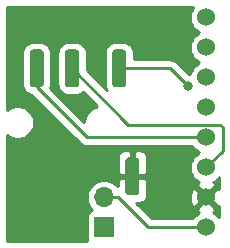
<source format=gbr>
G04 #@! TF.GenerationSoftware,KiCad,Pcbnew,(5.1.5)-3*
G04 #@! TF.CreationDate,2020-12-21T12:35:23+01:00*
G04 #@! TF.ProjectId,epimetheus_mpu6050,6570696d-6574-4686-9575-735f6d707536,rev?*
G04 #@! TF.SameCoordinates,Original*
G04 #@! TF.FileFunction,Copper,L1,Top*
G04 #@! TF.FilePolarity,Positive*
%FSLAX46Y46*%
G04 Gerber Fmt 4.6, Leading zero omitted, Abs format (unit mm)*
G04 Created by KiCad (PCBNEW (5.1.5)-3) date 2020-12-21 12:35:23*
%MOMM*%
%LPD*%
G04 APERTURE LIST*
%ADD10C,1.524000*%
%ADD11O,1.700000X1.700000*%
%ADD12R,1.700000X1.700000*%
%ADD13C,0.100000*%
%ADD14C,0.800000*%
%ADD15C,0.250000*%
%ADD16C,0.254000*%
G04 APERTURE END LIST*
D10*
X179324000Y-22098000D03*
X179324000Y-24638000D03*
X179324000Y-27178000D03*
X179324000Y-29718000D03*
X179324000Y-32258000D03*
X179324000Y-34798000D03*
X179324000Y-37338000D03*
X179324000Y-39878000D03*
D11*
X170688000Y-37338000D03*
D12*
X170688000Y-39878000D03*
G04 #@! TA.AperFunction,SMDPad,CuDef*
D13*
G36*
X165302405Y-24817445D02*
G01*
X165331527Y-24821764D01*
X165360085Y-24828918D01*
X165387805Y-24838836D01*
X165414419Y-24851424D01*
X165439671Y-24866559D01*
X165463318Y-24884097D01*
X165485132Y-24903868D01*
X165504903Y-24925682D01*
X165522441Y-24949329D01*
X165537576Y-24974581D01*
X165550164Y-25001195D01*
X165560082Y-25028915D01*
X165567236Y-25057473D01*
X165571555Y-25086595D01*
X165573000Y-25116000D01*
X165573000Y-27716000D01*
X165571555Y-27745405D01*
X165567236Y-27774527D01*
X165560082Y-27803085D01*
X165550164Y-27830805D01*
X165537576Y-27857419D01*
X165522441Y-27882671D01*
X165504903Y-27906318D01*
X165485132Y-27928132D01*
X165463318Y-27947903D01*
X165439671Y-27965441D01*
X165414419Y-27980576D01*
X165387805Y-27993164D01*
X165360085Y-28003082D01*
X165331527Y-28010236D01*
X165302405Y-28014555D01*
X165273000Y-28016000D01*
X164673000Y-28016000D01*
X164643595Y-28014555D01*
X164614473Y-28010236D01*
X164585915Y-28003082D01*
X164558195Y-27993164D01*
X164531581Y-27980576D01*
X164506329Y-27965441D01*
X164482682Y-27947903D01*
X164460868Y-27928132D01*
X164441097Y-27906318D01*
X164423559Y-27882671D01*
X164408424Y-27857419D01*
X164395836Y-27830805D01*
X164385918Y-27803085D01*
X164378764Y-27774527D01*
X164374445Y-27745405D01*
X164373000Y-27716000D01*
X164373000Y-25116000D01*
X164374445Y-25086595D01*
X164378764Y-25057473D01*
X164385918Y-25028915D01*
X164395836Y-25001195D01*
X164408424Y-24974581D01*
X164423559Y-24949329D01*
X164441097Y-24925682D01*
X164460868Y-24903868D01*
X164482682Y-24884097D01*
X164506329Y-24866559D01*
X164531581Y-24851424D01*
X164558195Y-24838836D01*
X164585915Y-24828918D01*
X164614473Y-24821764D01*
X164643595Y-24817445D01*
X164673000Y-24816000D01*
X165273000Y-24816000D01*
X165302405Y-24817445D01*
G37*
G04 #@! TD.AperFunction*
G04 #@! TA.AperFunction,SMDPad,CuDef*
G36*
X168302405Y-24817445D02*
G01*
X168331527Y-24821764D01*
X168360085Y-24828918D01*
X168387805Y-24838836D01*
X168414419Y-24851424D01*
X168439671Y-24866559D01*
X168463318Y-24884097D01*
X168485132Y-24903868D01*
X168504903Y-24925682D01*
X168522441Y-24949329D01*
X168537576Y-24974581D01*
X168550164Y-25001195D01*
X168560082Y-25028915D01*
X168567236Y-25057473D01*
X168571555Y-25086595D01*
X168573000Y-25116000D01*
X168573000Y-27716000D01*
X168571555Y-27745405D01*
X168567236Y-27774527D01*
X168560082Y-27803085D01*
X168550164Y-27830805D01*
X168537576Y-27857419D01*
X168522441Y-27882671D01*
X168504903Y-27906318D01*
X168485132Y-27928132D01*
X168463318Y-27947903D01*
X168439671Y-27965441D01*
X168414419Y-27980576D01*
X168387805Y-27993164D01*
X168360085Y-28003082D01*
X168331527Y-28010236D01*
X168302405Y-28014555D01*
X168273000Y-28016000D01*
X167673000Y-28016000D01*
X167643595Y-28014555D01*
X167614473Y-28010236D01*
X167585915Y-28003082D01*
X167558195Y-27993164D01*
X167531581Y-27980576D01*
X167506329Y-27965441D01*
X167482682Y-27947903D01*
X167460868Y-27928132D01*
X167441097Y-27906318D01*
X167423559Y-27882671D01*
X167408424Y-27857419D01*
X167395836Y-27830805D01*
X167385918Y-27803085D01*
X167378764Y-27774527D01*
X167374445Y-27745405D01*
X167373000Y-27716000D01*
X167373000Y-25116000D01*
X167374445Y-25086595D01*
X167378764Y-25057473D01*
X167385918Y-25028915D01*
X167395836Y-25001195D01*
X167408424Y-24974581D01*
X167423559Y-24949329D01*
X167441097Y-24925682D01*
X167460868Y-24903868D01*
X167482682Y-24884097D01*
X167506329Y-24866559D01*
X167531581Y-24851424D01*
X167558195Y-24838836D01*
X167585915Y-24828918D01*
X167614473Y-24821764D01*
X167643595Y-24817445D01*
X167673000Y-24816000D01*
X168273000Y-24816000D01*
X168302405Y-24817445D01*
G37*
G04 #@! TD.AperFunction*
G04 #@! TA.AperFunction,SMDPad,CuDef*
G36*
X172287405Y-24817445D02*
G01*
X172316527Y-24821764D01*
X172345085Y-24828918D01*
X172372805Y-24838836D01*
X172399419Y-24851424D01*
X172424671Y-24866559D01*
X172448318Y-24884097D01*
X172470132Y-24903868D01*
X172489903Y-24925682D01*
X172507441Y-24949329D01*
X172522576Y-24974581D01*
X172535164Y-25001195D01*
X172545082Y-25028915D01*
X172552236Y-25057473D01*
X172556555Y-25086595D01*
X172558000Y-25116000D01*
X172558000Y-27716000D01*
X172556555Y-27745405D01*
X172552236Y-27774527D01*
X172545082Y-27803085D01*
X172535164Y-27830805D01*
X172522576Y-27857419D01*
X172507441Y-27882671D01*
X172489903Y-27906318D01*
X172470132Y-27928132D01*
X172448318Y-27947903D01*
X172424671Y-27965441D01*
X172399419Y-27980576D01*
X172372805Y-27993164D01*
X172345085Y-28003082D01*
X172316527Y-28010236D01*
X172287405Y-28014555D01*
X172258000Y-28016000D01*
X171658000Y-28016000D01*
X171628595Y-28014555D01*
X171599473Y-28010236D01*
X171570915Y-28003082D01*
X171543195Y-27993164D01*
X171516581Y-27980576D01*
X171491329Y-27965441D01*
X171467682Y-27947903D01*
X171445868Y-27928132D01*
X171426097Y-27906318D01*
X171408559Y-27882671D01*
X171393424Y-27857419D01*
X171380836Y-27830805D01*
X171370918Y-27803085D01*
X171363764Y-27774527D01*
X171359445Y-27745405D01*
X171358000Y-27716000D01*
X171358000Y-25116000D01*
X171359445Y-25086595D01*
X171363764Y-25057473D01*
X171370918Y-25028915D01*
X171380836Y-25001195D01*
X171393424Y-24974581D01*
X171408559Y-24949329D01*
X171426097Y-24925682D01*
X171445868Y-24903868D01*
X171467682Y-24884097D01*
X171491329Y-24866559D01*
X171516581Y-24851424D01*
X171543195Y-24838836D01*
X171570915Y-24828918D01*
X171599473Y-24821764D01*
X171628595Y-24817445D01*
X171658000Y-24816000D01*
X172258000Y-24816000D01*
X172287405Y-24817445D01*
G37*
G04 #@! TD.AperFunction*
G04 #@! TA.AperFunction,SMDPad,CuDef*
G36*
X173402405Y-33961445D02*
G01*
X173431527Y-33965764D01*
X173460085Y-33972918D01*
X173487805Y-33982836D01*
X173514419Y-33995424D01*
X173539671Y-34010559D01*
X173563318Y-34028097D01*
X173585132Y-34047868D01*
X173604903Y-34069682D01*
X173622441Y-34093329D01*
X173637576Y-34118581D01*
X173650164Y-34145195D01*
X173660082Y-34172915D01*
X173667236Y-34201473D01*
X173671555Y-34230595D01*
X173673000Y-34260000D01*
X173673000Y-36860000D01*
X173671555Y-36889405D01*
X173667236Y-36918527D01*
X173660082Y-36947085D01*
X173650164Y-36974805D01*
X173637576Y-37001419D01*
X173622441Y-37026671D01*
X173604903Y-37050318D01*
X173585132Y-37072132D01*
X173563318Y-37091903D01*
X173539671Y-37109441D01*
X173514419Y-37124576D01*
X173487805Y-37137164D01*
X173460085Y-37147082D01*
X173431527Y-37154236D01*
X173402405Y-37158555D01*
X173373000Y-37160000D01*
X172773000Y-37160000D01*
X172743595Y-37158555D01*
X172714473Y-37154236D01*
X172685915Y-37147082D01*
X172658195Y-37137164D01*
X172631581Y-37124576D01*
X172606329Y-37109441D01*
X172582682Y-37091903D01*
X172560868Y-37072132D01*
X172541097Y-37050318D01*
X172523559Y-37026671D01*
X172508424Y-37001419D01*
X172495836Y-36974805D01*
X172485918Y-36947085D01*
X172478764Y-36918527D01*
X172474445Y-36889405D01*
X172473000Y-36860000D01*
X172473000Y-34260000D01*
X172474445Y-34230595D01*
X172478764Y-34201473D01*
X172485918Y-34172915D01*
X172495836Y-34145195D01*
X172508424Y-34118581D01*
X172523559Y-34093329D01*
X172541097Y-34069682D01*
X172560868Y-34047868D01*
X172582682Y-34028097D01*
X172606329Y-34010559D01*
X172631581Y-33995424D01*
X172658195Y-33982836D01*
X172685915Y-33972918D01*
X172714473Y-33965764D01*
X172743595Y-33961445D01*
X172773000Y-33960000D01*
X173373000Y-33960000D01*
X173402405Y-33961445D01*
G37*
G04 #@! TD.AperFunction*
D14*
X177800000Y-27940000D03*
D15*
X169215000Y-32258000D02*
X164973000Y-28016000D01*
X164973000Y-28016000D02*
X164973000Y-26416000D01*
X179324000Y-32258000D02*
X169215000Y-32258000D01*
X180522999Y-31170999D02*
X180751990Y-31399990D01*
X167973000Y-26416000D02*
X172727999Y-31170999D01*
X172727999Y-31170999D02*
X180522999Y-31170999D01*
X180751990Y-33370010D02*
X179324000Y-34798000D01*
X180751990Y-31399990D02*
X180751990Y-33370010D01*
X171958000Y-26416000D02*
X176276000Y-26416000D01*
X176276000Y-26416000D02*
X177800000Y-27940000D01*
X174430081Y-39878000D02*
X179324000Y-39878000D01*
X171890081Y-37338000D02*
X174430081Y-39878000D01*
X170688000Y-37338000D02*
X171890081Y-37338000D01*
D16*
G36*
X178085995Y-21436273D02*
G01*
X177980686Y-21690510D01*
X177927000Y-21960408D01*
X177927000Y-22235592D01*
X177980686Y-22505490D01*
X178085995Y-22759727D01*
X178238880Y-22988535D01*
X178433465Y-23183120D01*
X178662273Y-23336005D01*
X178739515Y-23368000D01*
X178662273Y-23399995D01*
X178433465Y-23552880D01*
X178238880Y-23747465D01*
X178085995Y-23976273D01*
X177980686Y-24230510D01*
X177927000Y-24500408D01*
X177927000Y-24775592D01*
X177980686Y-25045490D01*
X178085995Y-25299727D01*
X178238880Y-25528535D01*
X178433465Y-25723120D01*
X178662273Y-25876005D01*
X178739515Y-25908000D01*
X178662273Y-25939995D01*
X178433465Y-26092880D01*
X178238880Y-26287465D01*
X178085995Y-26516273D01*
X177980686Y-26770510D01*
X177951955Y-26914949D01*
X177901939Y-26905000D01*
X177839802Y-26905000D01*
X176839803Y-25905002D01*
X176816001Y-25875999D01*
X176700276Y-25781026D01*
X176568247Y-25710454D01*
X176424986Y-25666997D01*
X176313333Y-25656000D01*
X176313322Y-25656000D01*
X176276000Y-25652324D01*
X176238678Y-25656000D01*
X173196072Y-25656000D01*
X173196072Y-25116000D01*
X173178047Y-24932991D01*
X173124666Y-24757015D01*
X173037978Y-24594835D01*
X172921317Y-24452683D01*
X172779165Y-24336022D01*
X172616985Y-24249334D01*
X172441009Y-24195953D01*
X172258000Y-24177928D01*
X171658000Y-24177928D01*
X171474991Y-24195953D01*
X171299015Y-24249334D01*
X171136835Y-24336022D01*
X170994683Y-24452683D01*
X170878022Y-24594835D01*
X170791334Y-24757015D01*
X170737953Y-24932991D01*
X170719928Y-25116000D01*
X170719928Y-27716000D01*
X170737953Y-27899009D01*
X170791334Y-28074985D01*
X170878022Y-28237165D01*
X170919465Y-28287663D01*
X169211072Y-26579271D01*
X169211072Y-25116000D01*
X169193047Y-24932991D01*
X169139666Y-24757015D01*
X169052978Y-24594835D01*
X168936317Y-24452683D01*
X168794165Y-24336022D01*
X168631985Y-24249334D01*
X168456009Y-24195953D01*
X168273000Y-24177928D01*
X167673000Y-24177928D01*
X167489991Y-24195953D01*
X167314015Y-24249334D01*
X167151835Y-24336022D01*
X167009683Y-24452683D01*
X166893022Y-24594835D01*
X166806334Y-24757015D01*
X166752953Y-24932991D01*
X166734928Y-25116000D01*
X166734928Y-27716000D01*
X166752953Y-27899009D01*
X166806334Y-28074985D01*
X166893022Y-28237165D01*
X167009683Y-28379317D01*
X167151835Y-28495978D01*
X167314015Y-28582666D01*
X167489991Y-28636047D01*
X167673000Y-28654072D01*
X168273000Y-28654072D01*
X168456009Y-28636047D01*
X168631985Y-28582666D01*
X168794165Y-28495978D01*
X168895233Y-28413034D01*
X170110316Y-29628117D01*
X169969011Y-29656225D01*
X169716957Y-29760629D01*
X169490114Y-29912201D01*
X169297201Y-30105114D01*
X169145629Y-30331957D01*
X169041225Y-30584011D01*
X168988000Y-30851589D01*
X168988000Y-30956198D01*
X166128213Y-28096412D01*
X166139666Y-28074985D01*
X166193047Y-27899009D01*
X166211072Y-27716000D01*
X166211072Y-25116000D01*
X166193047Y-24932991D01*
X166139666Y-24757015D01*
X166052978Y-24594835D01*
X165936317Y-24452683D01*
X165794165Y-24336022D01*
X165631985Y-24249334D01*
X165456009Y-24195953D01*
X165273000Y-24177928D01*
X164673000Y-24177928D01*
X164489991Y-24195953D01*
X164314015Y-24249334D01*
X164151835Y-24336022D01*
X164009683Y-24452683D01*
X163893022Y-24594835D01*
X163806334Y-24757015D01*
X163752953Y-24932991D01*
X163734928Y-25116000D01*
X163734928Y-27716000D01*
X163752953Y-27899009D01*
X163806334Y-28074985D01*
X163893022Y-28237165D01*
X164009683Y-28379317D01*
X164151835Y-28495978D01*
X164314015Y-28582666D01*
X164489991Y-28636047D01*
X164521333Y-28639134D01*
X168651201Y-32769003D01*
X168674999Y-32798001D01*
X168703997Y-32821799D01*
X168790723Y-32892974D01*
X168922753Y-32963546D01*
X169066014Y-33007003D01*
X169177667Y-33018000D01*
X169177677Y-33018000D01*
X169215000Y-33021676D01*
X169252323Y-33018000D01*
X178151659Y-33018000D01*
X178238880Y-33148535D01*
X178433465Y-33343120D01*
X178662273Y-33496005D01*
X178739515Y-33528000D01*
X178662273Y-33559995D01*
X178433465Y-33712880D01*
X178238880Y-33907465D01*
X178085995Y-34136273D01*
X177980686Y-34390510D01*
X177927000Y-34660408D01*
X177927000Y-34935592D01*
X177980686Y-35205490D01*
X178085995Y-35459727D01*
X178238880Y-35688535D01*
X178433465Y-35883120D01*
X178662273Y-36036005D01*
X178733943Y-36065692D01*
X178720977Y-36070364D01*
X178605020Y-36132344D01*
X178538040Y-36372435D01*
X179324000Y-37158395D01*
X180109960Y-36372435D01*
X180042980Y-36132344D01*
X179907240Y-36068515D01*
X179985727Y-36036005D01*
X180214535Y-35883120D01*
X180409120Y-35688535D01*
X180442000Y-35639326D01*
X180442000Y-36594566D01*
X180289565Y-36552040D01*
X179503605Y-37338000D01*
X180289565Y-38123960D01*
X180442000Y-38081434D01*
X180442000Y-39036673D01*
X180409120Y-38987465D01*
X180214535Y-38792880D01*
X179985727Y-38639995D01*
X179914057Y-38610308D01*
X179927023Y-38605636D01*
X180042980Y-38543656D01*
X180109960Y-38303565D01*
X179324000Y-37517605D01*
X178538040Y-38303565D01*
X178605020Y-38543656D01*
X178740760Y-38607485D01*
X178662273Y-38639995D01*
X178433465Y-38792880D01*
X178238880Y-38987465D01*
X178151659Y-39118000D01*
X174744884Y-39118000D01*
X173422506Y-37795623D01*
X173673000Y-37798072D01*
X173797482Y-37785812D01*
X173917180Y-37749502D01*
X174027494Y-37690537D01*
X174124185Y-37611185D01*
X174203537Y-37514494D01*
X174259382Y-37410017D01*
X177922090Y-37410017D01*
X177963078Y-37682133D01*
X178056364Y-37941023D01*
X178118344Y-38056980D01*
X178358435Y-38123960D01*
X179144395Y-37338000D01*
X178358435Y-36552040D01*
X178118344Y-36619020D01*
X178001244Y-36868048D01*
X177934977Y-37135135D01*
X177922090Y-37410017D01*
X174259382Y-37410017D01*
X174262502Y-37404180D01*
X174298812Y-37284482D01*
X174311072Y-37160000D01*
X174308000Y-35845750D01*
X174149250Y-35687000D01*
X173200000Y-35687000D01*
X173200000Y-35707000D01*
X172946000Y-35707000D01*
X172946000Y-35687000D01*
X171996750Y-35687000D01*
X171838000Y-35845750D01*
X171836736Y-36386629D01*
X171634632Y-36184525D01*
X171391411Y-36022010D01*
X171121158Y-35910068D01*
X170834260Y-35853000D01*
X170541740Y-35853000D01*
X170254842Y-35910068D01*
X169984589Y-36022010D01*
X169741368Y-36184525D01*
X169534525Y-36391368D01*
X169372010Y-36634589D01*
X169260068Y-36904842D01*
X169203000Y-37191740D01*
X169203000Y-37484260D01*
X169260068Y-37771158D01*
X169372010Y-38041411D01*
X169534525Y-38284632D01*
X169666380Y-38416487D01*
X169593820Y-38438498D01*
X169483506Y-38497463D01*
X169386815Y-38576815D01*
X169307463Y-38673506D01*
X169248498Y-38783820D01*
X169212188Y-38903518D01*
X169199928Y-39028000D01*
X169199928Y-40728000D01*
X169212188Y-40852482D01*
X169248498Y-40972180D01*
X169261230Y-40996000D01*
X162458000Y-40996000D01*
X162458000Y-33960000D01*
X171834928Y-33960000D01*
X171838000Y-35274250D01*
X171996750Y-35433000D01*
X172946000Y-35433000D01*
X172946000Y-33483750D01*
X173200000Y-33483750D01*
X173200000Y-35433000D01*
X174149250Y-35433000D01*
X174308000Y-35274250D01*
X174311072Y-33960000D01*
X174298812Y-33835518D01*
X174262502Y-33715820D01*
X174203537Y-33605506D01*
X174124185Y-33508815D01*
X174027494Y-33429463D01*
X173917180Y-33370498D01*
X173797482Y-33334188D01*
X173673000Y-33321928D01*
X173358750Y-33325000D01*
X173200000Y-33483750D01*
X172946000Y-33483750D01*
X172787250Y-33325000D01*
X172473000Y-33321928D01*
X172348518Y-33334188D01*
X172228820Y-33370498D01*
X172118506Y-33429463D01*
X172021815Y-33508815D01*
X171942463Y-33605506D01*
X171883498Y-33715820D01*
X171847188Y-33835518D01*
X171834928Y-33960000D01*
X162458000Y-33960000D01*
X162458000Y-32031685D01*
X162490114Y-32063799D01*
X162716957Y-32215371D01*
X162969011Y-32319775D01*
X163236589Y-32373000D01*
X163509411Y-32373000D01*
X163776989Y-32319775D01*
X164029043Y-32215371D01*
X164255886Y-32063799D01*
X164448799Y-31870886D01*
X164600371Y-31644043D01*
X164704775Y-31391989D01*
X164758000Y-31124411D01*
X164758000Y-30851589D01*
X164704775Y-30584011D01*
X164600371Y-30331957D01*
X164448799Y-30105114D01*
X164255886Y-29912201D01*
X164029043Y-29760629D01*
X163776989Y-29656225D01*
X163509411Y-29603000D01*
X163236589Y-29603000D01*
X162969011Y-29656225D01*
X162716957Y-29760629D01*
X162490114Y-29912201D01*
X162458000Y-29944315D01*
X162458000Y-21234000D01*
X178221150Y-21234000D01*
X178085995Y-21436273D01*
G37*
X178085995Y-21436273D02*
X177980686Y-21690510D01*
X177927000Y-21960408D01*
X177927000Y-22235592D01*
X177980686Y-22505490D01*
X178085995Y-22759727D01*
X178238880Y-22988535D01*
X178433465Y-23183120D01*
X178662273Y-23336005D01*
X178739515Y-23368000D01*
X178662273Y-23399995D01*
X178433465Y-23552880D01*
X178238880Y-23747465D01*
X178085995Y-23976273D01*
X177980686Y-24230510D01*
X177927000Y-24500408D01*
X177927000Y-24775592D01*
X177980686Y-25045490D01*
X178085995Y-25299727D01*
X178238880Y-25528535D01*
X178433465Y-25723120D01*
X178662273Y-25876005D01*
X178739515Y-25908000D01*
X178662273Y-25939995D01*
X178433465Y-26092880D01*
X178238880Y-26287465D01*
X178085995Y-26516273D01*
X177980686Y-26770510D01*
X177951955Y-26914949D01*
X177901939Y-26905000D01*
X177839802Y-26905000D01*
X176839803Y-25905002D01*
X176816001Y-25875999D01*
X176700276Y-25781026D01*
X176568247Y-25710454D01*
X176424986Y-25666997D01*
X176313333Y-25656000D01*
X176313322Y-25656000D01*
X176276000Y-25652324D01*
X176238678Y-25656000D01*
X173196072Y-25656000D01*
X173196072Y-25116000D01*
X173178047Y-24932991D01*
X173124666Y-24757015D01*
X173037978Y-24594835D01*
X172921317Y-24452683D01*
X172779165Y-24336022D01*
X172616985Y-24249334D01*
X172441009Y-24195953D01*
X172258000Y-24177928D01*
X171658000Y-24177928D01*
X171474991Y-24195953D01*
X171299015Y-24249334D01*
X171136835Y-24336022D01*
X170994683Y-24452683D01*
X170878022Y-24594835D01*
X170791334Y-24757015D01*
X170737953Y-24932991D01*
X170719928Y-25116000D01*
X170719928Y-27716000D01*
X170737953Y-27899009D01*
X170791334Y-28074985D01*
X170878022Y-28237165D01*
X170919465Y-28287663D01*
X169211072Y-26579271D01*
X169211072Y-25116000D01*
X169193047Y-24932991D01*
X169139666Y-24757015D01*
X169052978Y-24594835D01*
X168936317Y-24452683D01*
X168794165Y-24336022D01*
X168631985Y-24249334D01*
X168456009Y-24195953D01*
X168273000Y-24177928D01*
X167673000Y-24177928D01*
X167489991Y-24195953D01*
X167314015Y-24249334D01*
X167151835Y-24336022D01*
X167009683Y-24452683D01*
X166893022Y-24594835D01*
X166806334Y-24757015D01*
X166752953Y-24932991D01*
X166734928Y-25116000D01*
X166734928Y-27716000D01*
X166752953Y-27899009D01*
X166806334Y-28074985D01*
X166893022Y-28237165D01*
X167009683Y-28379317D01*
X167151835Y-28495978D01*
X167314015Y-28582666D01*
X167489991Y-28636047D01*
X167673000Y-28654072D01*
X168273000Y-28654072D01*
X168456009Y-28636047D01*
X168631985Y-28582666D01*
X168794165Y-28495978D01*
X168895233Y-28413034D01*
X170110316Y-29628117D01*
X169969011Y-29656225D01*
X169716957Y-29760629D01*
X169490114Y-29912201D01*
X169297201Y-30105114D01*
X169145629Y-30331957D01*
X169041225Y-30584011D01*
X168988000Y-30851589D01*
X168988000Y-30956198D01*
X166128213Y-28096412D01*
X166139666Y-28074985D01*
X166193047Y-27899009D01*
X166211072Y-27716000D01*
X166211072Y-25116000D01*
X166193047Y-24932991D01*
X166139666Y-24757015D01*
X166052978Y-24594835D01*
X165936317Y-24452683D01*
X165794165Y-24336022D01*
X165631985Y-24249334D01*
X165456009Y-24195953D01*
X165273000Y-24177928D01*
X164673000Y-24177928D01*
X164489991Y-24195953D01*
X164314015Y-24249334D01*
X164151835Y-24336022D01*
X164009683Y-24452683D01*
X163893022Y-24594835D01*
X163806334Y-24757015D01*
X163752953Y-24932991D01*
X163734928Y-25116000D01*
X163734928Y-27716000D01*
X163752953Y-27899009D01*
X163806334Y-28074985D01*
X163893022Y-28237165D01*
X164009683Y-28379317D01*
X164151835Y-28495978D01*
X164314015Y-28582666D01*
X164489991Y-28636047D01*
X164521333Y-28639134D01*
X168651201Y-32769003D01*
X168674999Y-32798001D01*
X168703997Y-32821799D01*
X168790723Y-32892974D01*
X168922753Y-32963546D01*
X169066014Y-33007003D01*
X169177667Y-33018000D01*
X169177677Y-33018000D01*
X169215000Y-33021676D01*
X169252323Y-33018000D01*
X178151659Y-33018000D01*
X178238880Y-33148535D01*
X178433465Y-33343120D01*
X178662273Y-33496005D01*
X178739515Y-33528000D01*
X178662273Y-33559995D01*
X178433465Y-33712880D01*
X178238880Y-33907465D01*
X178085995Y-34136273D01*
X177980686Y-34390510D01*
X177927000Y-34660408D01*
X177927000Y-34935592D01*
X177980686Y-35205490D01*
X178085995Y-35459727D01*
X178238880Y-35688535D01*
X178433465Y-35883120D01*
X178662273Y-36036005D01*
X178733943Y-36065692D01*
X178720977Y-36070364D01*
X178605020Y-36132344D01*
X178538040Y-36372435D01*
X179324000Y-37158395D01*
X180109960Y-36372435D01*
X180042980Y-36132344D01*
X179907240Y-36068515D01*
X179985727Y-36036005D01*
X180214535Y-35883120D01*
X180409120Y-35688535D01*
X180442000Y-35639326D01*
X180442000Y-36594566D01*
X180289565Y-36552040D01*
X179503605Y-37338000D01*
X180289565Y-38123960D01*
X180442000Y-38081434D01*
X180442000Y-39036673D01*
X180409120Y-38987465D01*
X180214535Y-38792880D01*
X179985727Y-38639995D01*
X179914057Y-38610308D01*
X179927023Y-38605636D01*
X180042980Y-38543656D01*
X180109960Y-38303565D01*
X179324000Y-37517605D01*
X178538040Y-38303565D01*
X178605020Y-38543656D01*
X178740760Y-38607485D01*
X178662273Y-38639995D01*
X178433465Y-38792880D01*
X178238880Y-38987465D01*
X178151659Y-39118000D01*
X174744884Y-39118000D01*
X173422506Y-37795623D01*
X173673000Y-37798072D01*
X173797482Y-37785812D01*
X173917180Y-37749502D01*
X174027494Y-37690537D01*
X174124185Y-37611185D01*
X174203537Y-37514494D01*
X174259382Y-37410017D01*
X177922090Y-37410017D01*
X177963078Y-37682133D01*
X178056364Y-37941023D01*
X178118344Y-38056980D01*
X178358435Y-38123960D01*
X179144395Y-37338000D01*
X178358435Y-36552040D01*
X178118344Y-36619020D01*
X178001244Y-36868048D01*
X177934977Y-37135135D01*
X177922090Y-37410017D01*
X174259382Y-37410017D01*
X174262502Y-37404180D01*
X174298812Y-37284482D01*
X174311072Y-37160000D01*
X174308000Y-35845750D01*
X174149250Y-35687000D01*
X173200000Y-35687000D01*
X173200000Y-35707000D01*
X172946000Y-35707000D01*
X172946000Y-35687000D01*
X171996750Y-35687000D01*
X171838000Y-35845750D01*
X171836736Y-36386629D01*
X171634632Y-36184525D01*
X171391411Y-36022010D01*
X171121158Y-35910068D01*
X170834260Y-35853000D01*
X170541740Y-35853000D01*
X170254842Y-35910068D01*
X169984589Y-36022010D01*
X169741368Y-36184525D01*
X169534525Y-36391368D01*
X169372010Y-36634589D01*
X169260068Y-36904842D01*
X169203000Y-37191740D01*
X169203000Y-37484260D01*
X169260068Y-37771158D01*
X169372010Y-38041411D01*
X169534525Y-38284632D01*
X169666380Y-38416487D01*
X169593820Y-38438498D01*
X169483506Y-38497463D01*
X169386815Y-38576815D01*
X169307463Y-38673506D01*
X169248498Y-38783820D01*
X169212188Y-38903518D01*
X169199928Y-39028000D01*
X169199928Y-40728000D01*
X169212188Y-40852482D01*
X169248498Y-40972180D01*
X169261230Y-40996000D01*
X162458000Y-40996000D01*
X162458000Y-33960000D01*
X171834928Y-33960000D01*
X171838000Y-35274250D01*
X171996750Y-35433000D01*
X172946000Y-35433000D01*
X172946000Y-33483750D01*
X173200000Y-33483750D01*
X173200000Y-35433000D01*
X174149250Y-35433000D01*
X174308000Y-35274250D01*
X174311072Y-33960000D01*
X174298812Y-33835518D01*
X174262502Y-33715820D01*
X174203537Y-33605506D01*
X174124185Y-33508815D01*
X174027494Y-33429463D01*
X173917180Y-33370498D01*
X173797482Y-33334188D01*
X173673000Y-33321928D01*
X173358750Y-33325000D01*
X173200000Y-33483750D01*
X172946000Y-33483750D01*
X172787250Y-33325000D01*
X172473000Y-33321928D01*
X172348518Y-33334188D01*
X172228820Y-33370498D01*
X172118506Y-33429463D01*
X172021815Y-33508815D01*
X171942463Y-33605506D01*
X171883498Y-33715820D01*
X171847188Y-33835518D01*
X171834928Y-33960000D01*
X162458000Y-33960000D01*
X162458000Y-32031685D01*
X162490114Y-32063799D01*
X162716957Y-32215371D01*
X162969011Y-32319775D01*
X163236589Y-32373000D01*
X163509411Y-32373000D01*
X163776989Y-32319775D01*
X164029043Y-32215371D01*
X164255886Y-32063799D01*
X164448799Y-31870886D01*
X164600371Y-31644043D01*
X164704775Y-31391989D01*
X164758000Y-31124411D01*
X164758000Y-30851589D01*
X164704775Y-30584011D01*
X164600371Y-30331957D01*
X164448799Y-30105114D01*
X164255886Y-29912201D01*
X164029043Y-29760629D01*
X163776989Y-29656225D01*
X163509411Y-29603000D01*
X163236589Y-29603000D01*
X162969011Y-29656225D01*
X162716957Y-29760629D01*
X162490114Y-29912201D01*
X162458000Y-29944315D01*
X162458000Y-21234000D01*
X178221150Y-21234000D01*
X178085995Y-21436273D01*
M02*

</source>
